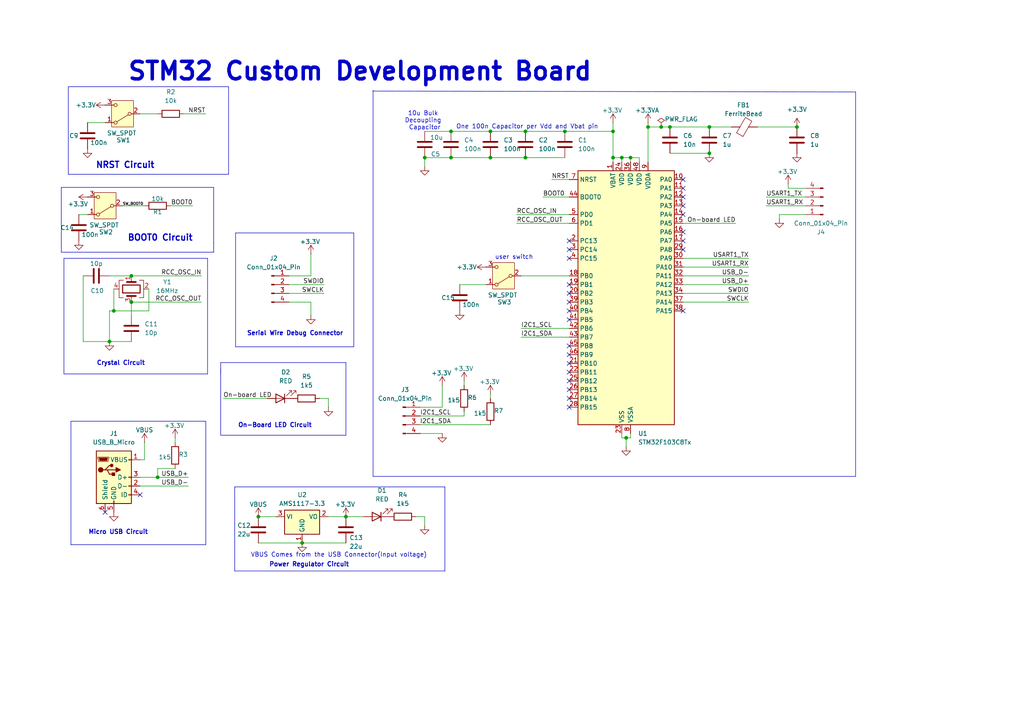
<source format=kicad_sch>
(kicad_sch (version 20231120) (generator "eeschema") (generator_version "8.0")
  (paper "A4")
  (title_block (title "Custom STM32 Breakout Board") (date "2024-12-21") (rev "0.1") (company "Shaunak's Project"))
  (lib_symbols
    (symbol "Connector:Conn_01x04_Pin" (pin_names (offset 1.016) hide)
      (property "Reference" "J" (at 0 5.08 0))
      (property "Value" "Conn_01x04_Pin" (at 0 -7.62 0))
      (symbol "Conn_01x04_Pin_1_1"
        (polyline (pts (xy 1.27 -5.08) (xy 0.8636 -5.08)) (stroke (width 0.1524)))
        (polyline (pts (xy 1.27 -2.54) (xy 0.8636 -2.54)) (stroke (width 0.1524)))
        (polyline (pts (xy 1.27 0) (xy 0.8636 0)) (stroke (width 0.1524)))
        (polyline (pts (xy 1.27 2.54) (xy 0.8636 2.54)) (stroke (width 0.1524)))
        (rectangle (start 0.8636 -4.953) (end 0 -5.207) (stroke (width 0.1524)) (fill (type outline)))
        (rectangle (start 0.8636 -2.413) (end 0 -2.667) (stroke (width 0.1524)) (fill (type outline)))
        (rectangle (start 0.8636 0.127) (end 0 -0.127) (stroke (width 0.1524)) (fill (type outline)))
        (rectangle (start 0.8636 2.667) (end 0 2.413) (stroke (width 0.1524)) (fill (type outline)))
        (pin passive line (at 5.08 2.54 180) (length 3.81) (name "Pin_1") (number "1"))
        (pin passive line (at 5.08 0 180) (length 3.81) (name "Pin_2") (number "2"))
        (pin passive line (at 5.08 -2.54 180) (length 3.81) (name "Pin_3") (number "3"))
        (pin passive line (at 5.08 -5.08 180) (length 3.81) (name "Pin_4") (number "4"))
      )
    )
    (symbol "Connector:USB_B_Micro" (pin_names (offset 1.016))
      (property "Reference" "J" (at -5.08 11.43 0))
      (property "Value" "USB_B_Micro" (at -5.08 8.89 0))
      (symbol "USB_B_Micro_0_1"
        (rectangle (start -5.08 -7.62) (end 5.08 7.62) (stroke (width 0.254)) (fill (type background)))
        (circle (center -3.81 2.159) (radius 0.635) (stroke (width 0.254)) (fill (type outline)))
        (circle (center -0.635 3.429) (radius 0.381) (stroke (width 0.254)) (fill (type outline)))
        (rectangle (start -0.127 -7.62) (end 0.127 -6.858))
        (polyline (pts (xy -1.905 2.159) (xy 0.635 2.159)) (stroke (width 0.254)))
        (polyline (pts (xy -3.175 2.159) (xy -2.54 2.159) (xy -1.27 3.429) (xy -0.635 3.429)) (stroke (width 0.254)))
        (polyline (pts (xy -2.54 2.159) (xy -1.905 2.159) (xy -1.27 0.889) (xy 0 0.889)) (stroke (width 0.254)))
        (polyline (pts (xy 0.635 2.794) (xy 0.635 1.524) (xy 1.905 2.159) (xy 0.635 2.794)) (stroke (width 0.254)) (fill (type outline)))
        (polyline (pts (xy -4.318 5.588) (xy -1.778 5.588) (xy -2.032 4.826) (xy -4.064 4.826) (xy -4.318 5.588)) (fill (type outline)))
        (polyline (pts (xy -4.699 5.842) (xy -4.699 5.588) (xy -4.445 4.826) (xy -4.445 4.572) (xy -1.651 4.572) (xy -1.651 4.826) (xy -1.397 5.588) (xy -1.397 5.842) (xy -4.699 5.842)))
        (rectangle (start 0.254 1.27) (end -0.508 0.508) (stroke (width 0.254)) (fill (type outline)))
        (rectangle (start 5.08 -5.207) (end 4.318 -4.953))
        (rectangle (start 5.08 -2.667) (end 4.318 -2.413))
        (rectangle (start 5.08 -0.127) (end 4.318 0.127))
        (rectangle (start 5.08 4.953) (end 4.318 5.207))
      )
      (symbol "USB_B_Micro_1_1"
        (pin power_out line (at 7.62 5.08 180) (length 2.54) (name "VBUS") (number "1"))
        (pin bidirectional line (at 7.62 -2.54 180) (length 2.54) (name "D-") (number "2"))
        (pin bidirectional line (at 7.62 0 180) (length 2.54) (name "D+") (number "3"))
        (pin passive line (at 7.62 -5.08 180) (length 2.54) (name "ID") (number "4"))
        (pin power_out line (at 0 -10.16 90) (length 2.54) (name "GND") (number "5"))
        (pin passive line (at -2.54 -10.16 90) (length 2.54) (name "Shield") (number "6"))
      )
    )
    (symbol "Device:C" (pin_numbers hide) (pin_names (offset 0.254))
      (property "Reference" "C" (at 0.635 2.54 0))
      (property "Value" "C" (at 0.635 -2.54 0))
      (symbol "C_0_1"
        (polyline (pts (xy -2.032 -0.762) (xy 2.032 -0.762)) (stroke (width 0.508)))
        (polyline (pts (xy -2.032 0.762) (xy 2.032 0.762)) (stroke (width 0.508)))
      )
      (symbol "C_1_1"
        (pin passive line (at 0 3.81 270) (length 2.794) (name "~") (number "1"))
        (pin passive line (at 0 -3.81 90) (length 2.794) (name "~") (number "2"))
      )
    )
    (symbol "Device:Crystal_GND24" (pin_names (offset 1.016) hide)
      (property "Reference" "Y" (at 3.175 5.08 0))
      (property "Value" "Crystal_GND24" (at 3.175 3.175 0))
      (symbol "Crystal_GND24_0_1"
        (rectangle (start -1.143 2.54) (end 1.143 -2.54) (stroke (width 0.3048)))
        (polyline (pts (xy -2.54 0) (xy -2.032 0)))
        (polyline (pts (xy -2.032 -1.27) (xy -2.032 1.27)) (stroke (width 0.508)))
        (polyline (pts (xy 0 -3.81) (xy 0 -3.556)))
        (polyline (pts (xy 0 3.556) (xy 0 3.81)))
        (polyline (pts (xy 2.032 -1.27) (xy 2.032 1.27)) (stroke (width 0.508)))
        (polyline (pts (xy 2.032 0) (xy 2.54 0)))
        (polyline (pts (xy -2.54 -2.286) (xy -2.54 -3.556) (xy 2.54 -3.556) (xy 2.54 -2.286)))
        (polyline (pts (xy -2.54 2.286) (xy -2.54 3.556) (xy 2.54 3.556) (xy 2.54 2.286)))
      )
      (symbol "Crystal_GND24_1_1"
        (pin passive line (at -3.81 0 0) (length 1.27) (name "1") (number "1"))
        (pin passive line (at 0 5.08 270) (length 1.27) (name "2") (number "2"))
        (pin passive line (at 3.81 0 180) (length 1.27) (name "3") (number "3"))
        (pin passive line (at 0 -5.08 90) (length 1.27) (name "4") (number "4"))
      )
    )
    (symbol "Device:FerriteBead" (pin_numbers hide) (pin_names (offset 0))
      (property "Reference" "FB" (at -3.81 0.635 90))
      (property "Value" "FerriteBead" (at 3.81 0 90))
      (symbol "FerriteBead_0_1"
        (polyline (pts (xy 0 -1.27) (xy 0 -1.2192)))
        (polyline (pts (xy 0 1.27) (xy 0 1.2954)))
        (polyline (pts (xy -2.7686 0.4064) (xy -1.7018 2.2606) (xy 2.7686 -0.3048) (xy 1.6764 -2.159) (xy -2.7686 0.4064)))
      )
      (symbol "FerriteBead_1_1"
        (pin passive line (at 0 3.81 270) (length 2.54) (name "~") (number "1"))
        (pin passive line (at 0 -3.81 90) (length 2.54) (name "~") (number "2"))
      )
    )
    (symbol "Device:LED" (pin_numbers hide) (pin_names (offset 1.016) hide)
      (property "Reference" "D" (at 0 2.54 0))
      (property "Value" "LED" (at 0 -2.54 0))
      (symbol "LED_0_1"
        (polyline (pts (xy -1.27 -1.27) (xy -1.27 1.27)) (stroke (width 0.254)))
        (polyline (pts (xy -1.27 0) (xy 1.27 0)))
        (polyline (pts (xy 1.27 -1.27) (xy 1.27 1.27) (xy -1.27 0) (xy 1.27 -1.27)) (stroke (width 0.254)))
        (polyline (pts (xy -3.048 -0.762) (xy -4.572 -2.286) (xy -3.81 -2.286) (xy -4.572 -2.286) (xy -4.572 -1.524)))
        (polyline (pts (xy -1.778 -0.762) (xy -3.302 -2.286) (xy -2.54 -2.286) (xy -3.302 -2.286) (xy -3.302 -1.524)))
      )
      (symbol "LED_1_1"
        (pin passive line (at -3.81 0 0) (length 2.54) (name "K") (number "1"))
        (pin passive line (at 3.81 0 180) (length 2.54) (name "A") (number "2"))
      )
    )
    (symbol "Device:R" (pin_numbers hide) (pin_names (offset 0))
      (property "Reference" "R" (at 2.032 0 90))
      (property "Value" "R" (at 0 0 90))
      (symbol "R_0_1"
        (rectangle (start -1.016 -2.54) (end 1.016 2.54) (stroke (width 0.254)))
      )
      (symbol "R_1_1"
        (pin passive line (at 0 3.81 270) (length 1.27) (name "~") (number "1"))
        (pin passive line (at 0 -3.81 90) (length 1.27) (name "~") (number "2"))
      )
    )
    (symbol "MCU_ST_STM32F1:STM32F103C8Tx"
      (property "Reference" "U" (at -12.7 39.37 0))
      (property "Value" "STM32F103C8Tx" (at 10.16 39.37 0))
      (symbol "STM32F103C8Tx_0_1"
        (rectangle (start -12.7 -35.56) (end 15.24 38.1) (stroke (width 0.254)) (fill (type background)))
      )
      (symbol "STM32F103C8Tx_1_1"
        (pin power_in line (at -2.54 40.64 270) (length 2.54) (name "VBAT") (number "1"))
        (pin bidirectional line (at 17.78 35.56 180) (length 2.54) (name "PA0") (number "10"))
        (pin bidirectional line (at 17.78 33.02 180) (length 2.54) (name "PA1") (number "11"))
        (pin bidirectional line (at 17.78 30.48 180) (length 2.54) (name "PA2") (number "12"))
        (pin bidirectional line (at 17.78 27.94 180) (length 2.54) (name "PA3") (number "13"))
        (pin bidirectional line (at 17.78 25.4 180) (length 2.54) (name "PA4") (number "14"))
        (pin bidirectional line (at 17.78 22.86 180) (length 2.54) (name "PA5") (number "15"))
        (pin bidirectional line (at 17.78 20.32 180) (length 2.54) (name "PA6") (number "16"))
        (pin bidirectional line (at 17.78 17.78 180) (length 2.54) (name "PA7") (number "17"))
        (pin bidirectional line (at -15.24 7.62 0) (length 2.54) (name "PB0") (number "18"))
        (pin bidirectional line (at -15.24 5.08 0) (length 2.54) (name "PB1") (number "19"))
        (pin bidirectional line (at -15.24 17.78 0) (length 2.54) (name "PC13") (number "2"))
        (pin bidirectional line (at -15.24 2.54 0) (length 2.54) (name "PB2") (number "20"))
        (pin bidirectional line (at -15.24 -17.78 0) (length 2.54) (name "PB10") (number "21"))
        (pin bidirectional line (at -15.24 -20.32 0) (length 2.54) (name "PB11") (number "22"))
        (pin power_in line (at 0 -38.1 90) (length 2.54) (name "VSS") (number "23"))
        (pin power_in line (at 0 40.64 270) (length 2.54) (name "VDD") (number "24"))
        (pin bidirectional line (at -15.24 -22.86 0) (length 2.54) (name "PB12") (number "25"))
        (pin bidirectional line (at -15.24 -25.4 0) (length 2.54) (name "PB13") (number "26"))
        (pin bidirectional line (at -15.24 -27.94 0) (length 2.54) (name "PB14") (number "27"))
        (pin bidirectional line (at -15.24 -30.48 0) (length 2.54) (name "PB15") (number "28"))
        (pin bidirectional line (at 17.78 15.24 180) (length 2.54) (name "PA8") (number "29"))
        (pin bidirectional line (at -15.24 15.24 0) (length 2.54) (name "PC14") (number "3"))
        (pin bidirectional line (at 17.78 12.7 180) (length 2.54) (name "PA9") (number "30"))
        (pin bidirectional line (at 17.78 10.16 180) (length 2.54) (name "PA10") (number "31"))
        (pin bidirectional line (at 17.78 7.62 180) (length 2.54) (name "PA11") (number "32"))
        (pin bidirectional line (at 17.78 5.08 180) (length 2.54) (name "PA12") (number "33"))
        (pin bidirectional line (at 17.78 2.54 180) (length 2.54) (name "PA13") (number "34"))
        (pin passive line (at 0 -38.1 90) (length 2.54) hide (name "VSS") (number "35"))
        (pin power_in line (at 2.54 40.64 270) (length 2.54) (name "VDD") (number "36"))
        (pin bidirectional line (at 17.78 0 180) (length 2.54) (name "PA14") (number "37"))
        (pin bidirectional line (at 17.78 -2.54 180) (length 2.54) (name "PA15") (number "38"))
        (pin bidirectional line (at -15.24 0 0) (length 2.54) (name "PB3") (number "39"))
        (pin bidirectional line (at -15.24 12.7 0) (length 2.54) (name "PC15") (number "4"))
        (pin bidirectional line (at -15.24 -2.54 0) (length 2.54) (name "PB4") (number "40"))
        (pin bidirectional line (at -15.24 -5.08 0) (length 2.54) (name "PB5") (number "41"))
        (pin bidirectional line (at -15.24 -7.62 0) (length 2.54) (name "PB6") (number "42"))
        (pin bidirectional line (at -15.24 -10.16 0) (length 2.54) (name "PB7") (number "43"))
        (pin input line (at -15.24 30.48 0) (length 2.54) (name "BOOT0") (number "44"))
        (pin bidirectional line (at -15.24 -12.7 0) (length 2.54) (name "PB8") (number "45"))
        (pin bidirectional line (at -15.24 -15.24 0) (length 2.54) (name "PB9") (number "46"))
        (pin passive line (at 0 -38.1 90) (length 2.54) hide (name "VSS") (number "47"))
        (pin power_in line (at 5.08 40.64 270) (length 2.54) (name "VDD") (number "48"))
        (pin bidirectional line (at -15.24 25.4 0) (length 2.54) (name "PD0") (number "5"))
        (pin bidirectional line (at -15.24 22.86 0) (length 2.54) (name "PD1") (number "6"))
        (pin input line (at -15.24 35.56 0) (length 2.54) (name "NRST") (number "7"))
        (pin power_in line (at 2.54 -38.1 90) (length 2.54) (name "VSSA") (number "8"))
        (pin power_in line (at 7.62 40.64 270) (length 2.54) (name "VDDA") (number "9"))
      )
    )
    (symbol "Regulator_Linear:AMS1117-3.3"
      (property "Reference" "U" (at -3.81 3.175 0))
      (property "Value" "AMS1117-3.3" (at 0 3.175 0))
      (symbol "AMS1117-3.3_0_1"
        (rectangle (start -5.08 -5.08) (end 5.08 1.905) (stroke (width 0.254)) (fill (type background)))
      )
      (symbol "AMS1117-3.3_1_1"
        (pin power_in line (at 0 -7.62 90) (length 2.54) (name "GND") (number "1"))
        (pin power_out line (at 7.62 0 180) (length 2.54) (name "VO") (number "2"))
        (pin power_in line (at -7.62 0 0) (length 2.54) (name "VI") (number "3"))
      )
    )
    (symbol "Switch:SW_SPDT" (pin_names (offset 0) hide)
      (property "Reference" "SW" (at 0 5.08 0))
      (property "Value" "SW_SPDT" (at 0 -5.08 0))
      (symbol "SW_SPDT_0_1"
        (circle (center -2.032 0) (radius 0.4572))
        (polyline (pts (xy -1.651 0.254) (xy 1.651 2.286)))
        (circle (center 2.032 -2.54) (radius 0.4572))
        (circle (center 2.032 2.54) (radius 0.4572))
      )
      (symbol "SW_SPDT_1_1"
        (rectangle (start -3.175 3.81) (end 3.175 -3.81) (fill (type background)))
        (pin passive line (at 5.08 2.54 180) (length 2.54) (name "A") (number "1"))
        (pin passive line (at -5.08 0 0) (length 2.54) (name "B") (number "2"))
        (pin passive line (at 5.08 -2.54 180) (length 2.54) (name "C") (number "3"))
      )
    )
    (symbol "power:+3.3V" (power) (pin_numbers hide) (pin_names (offset 0) hide)
      (property "Value" "+3.3V" (at 0 3.556 0))
      (symbol "+3.3V_0_1"
        (polyline (pts (xy -0.762 1.27) (xy 0 2.54)))
        (polyline (pts (xy 0 0) (xy 0 2.54)))
        (polyline (pts (xy 0 2.54) (xy 0.762 1.27)))
      )
      (symbol "+3.3V_1_1"
        (pin power_in line (at 0 0 90) (length 0) (name "~") (number "1"))
      )
    )
    (symbol "power:+3.3VA" (power) (pin_numbers hide) (pin_names (offset 0) hide)
      (property "Value" "+3.3VA" (at 0 3.556 0))
      (symbol "+3.3VA_0_1"
        (polyline (pts (xy -0.762 1.27) (xy 0 2.54)))
        (polyline (pts (xy 0 0) (xy 0 2.54)))
        (polyline (pts (xy 0 2.54) (xy 0.762 1.27)))
      )
      (symbol "+3.3VA_1_1"
        (pin power_in line (at 0 0 90) (length 0) (name "~") (number "1"))
      )
    )
    (symbol "power:GND" (power) (pin_numbers hide) (pin_names (offset 0) hide)
      (property "Value" "GND" (at 0 -3.81 0))
      (symbol "GND_0_1"
        (polyline (pts (xy 0 0) (xy 0 -1.27) (xy 1.27 -1.27) (xy 0 -2.54) (xy -1.27 -1.27) (xy 0 -1.27)))
      )
      (symbol "GND_1_1"
        (pin power_in line (at 0 0 270) (length 0) (name "~") (number "1"))
      )
    )
    (symbol "power:PWR_FLAG" (power) (pin_numbers hide) (pin_names (offset 0) hide)
      (property "Value" "PWR_FLAG" (at 0 3.81 0))
      (symbol "PWR_FLAG_0_0"
        (pin power_out line (at 0 0 90) (length 0) (name "~") (number "1"))
      )
      (symbol "PWR_FLAG_0_1"
        (polyline (pts (xy 0 0) (xy 0 1.27) (xy -1.016 1.905) (xy 0 2.54) (xy 1.016 1.905) (xy 0 1.27)))
      )
    )
    (symbol "power:VBUS" (power) (pin_numbers hide) (pin_names (offset 0) hide)
      (property "Value" "VBUS" (at 0 3.556 0))
      (symbol "VBUS_0_1"
        (polyline (pts (xy -0.762 1.27) (xy 0 2.54)))
        (polyline (pts (xy 0 0) (xy 0 2.54)))
        (polyline (pts (xy 0 2.54) (xy 0.762 1.27)))
      )
      (symbol "VBUS_1_1"
        (pin power_in line (at 0 0 90) (length 0) (name "~") (number "1"))
      )
    )
  )
  (junction (at 123.19 45.72))
  (junction (at 205.74 44.45))
  (junction (at 33.02 90.17))
  (junction (at 87.63 157.48))
  (junction (at 152.4 45.72))
  (junction (at 194.31 36.83))
  (junction (at 142.24 45.72))
  (junction (at 181.61 127))
  (junction (at 191.77 36.83))
  (junction (at 152.4 38.1))
  (junction (at 187.96 36.83))
  (junction (at 38.1 87.63))
  (junction (at 100.33 149.86))
  (junction (at 163.83 38.1))
  (junction (at 231.14 36.83))
  (junction (at 177.8 45.72))
  (junction (at 130.81 45.72))
  (junction (at 38.1 80.01))
  (junction (at 180.34 45.72))
  (junction (at 31.75 99.06))
  (junction (at 74.93 149.86))
  (junction (at 142.24 38.1))
  (junction (at 205.74 36.83))
  (junction (at 130.81 38.1))
  (junction (at 182.88 45.72))
  (junction (at 177.8 38.1))
  (junction (at 45.72 138.43))
  (no_connect (at 165.1 90.17))
  (no_connect (at 165.1 100.33))
  (no_connect (at 165.1 87.63))
  (no_connect (at 198.12 57.15))
  (no_connect (at 198.12 59.69))
  (no_connect (at 198.12 52.07))
  (no_connect (at 165.1 85.09))
  (no_connect (at 165.1 118.11))
  (no_connect (at 165.1 105.41))
  (no_connect (at 165.1 115.57))
  (no_connect (at 198.12 62.23))
  (no_connect (at 165.1 69.85))
  (no_connect (at 165.1 107.95))
  (no_connect (at 30.48 148.59))
  (no_connect (at 165.1 72.39))
  (no_connect (at 198.12 69.85))
  (no_connect (at 165.1 92.71))
  (no_connect (at 165.1 102.87))
  (no_connect (at 198.12 72.39))
  (no_connect (at 40.64 143.51))
  (no_connect (at 165.1 113.03))
  (no_connect (at 198.12 90.17))
  (no_connect (at 165.1 82.55))
  (no_connect (at 198.12 54.61))
  (no_connect (at 165.1 74.93))
  (no_connect (at 165.1 110.49))
  (no_connect (at 198.12 67.31))
  (wire (pts (xy 198.12 77.47) (xy 217.17 77.47)))
  (wire (pts (xy 100.33 149.86) (xy 105.41 149.86)))
  (polyline (pts (xy 60.198 74.93) (xy 60.198 108.458)))
  (wire (pts (xy 198.12 74.93) (xy 217.17 74.93)))
  (wire (pts (xy 187.96 36.83) (xy 191.77 36.83)))
  (polyline (pts (xy 18.542 74.93) (xy 18.542 108.458)))
  (wire (pts (xy 95.25 115.57) (xy 95.25 118.11)))
  (polyline (pts (xy 100.33 126.238) (xy 100.33 105.156)))
  (polyline (pts (xy 68.072 141.224) (xy 68.072 141.224)))
  (polyline (pts (xy 248.158 26.67) (xy 248.158 138.176)))
  (wire (pts (xy 152.4 38.1) (xy 163.83 38.1)))
  (wire (pts (xy 121.92 120.65) (xy 134.62 120.65)))
  (polyline (pts (xy 20.574 157.988) (xy 59.69 157.988)))
  (wire (pts (xy 187.96 36.83) (xy 187.96 46.99)))
  (wire (pts (xy 130.81 45.72) (xy 142.24 45.72)))
  (wire (pts (xy 128.27 111.76) (xy 128.27 118.11)))
  (wire (pts (xy 123.19 45.72) (xy 130.81 45.72)))
  (wire (pts (xy 64.77 115.57) (xy 77.47 115.57)))
  (wire (pts (xy 198.12 82.55) (xy 217.17 82.55)))
  (wire (pts (xy 31.75 90.17) (xy 31.75 99.06)))
  (wire (pts (xy 31.75 99.06) (xy 38.1 99.06)))
  (polyline (pts (xy 64.008 106.934) (xy 64.008 126.238)))
  (wire (pts (xy 87.63 157.48) (xy 100.33 157.48)))
  (polyline (pts (xy 17.78 70.612) (xy 17.78 73.152)))
  (wire (pts (xy 180.34 125.73) (xy 180.34 127)))
  (wire (pts (xy 50.8 135.89) (xy 45.72 135.89)))
  (wire (pts (xy 180.34 45.72) (xy 182.88 45.72)))
  (wire (pts (xy 182.88 127) (xy 181.61 127)))
  (wire (pts (xy 142.24 45.72) (xy 152.4 45.72)))
  (wire (pts (xy 74.93 149.86) (xy 80.01 149.86)))
  (polyline (pts (xy 102.616 100.584) (xy 68.326 100.584)))
  (polyline (pts (xy 64.008 126.238) (xy 100.33 126.238)))
  (wire (pts (xy 151.13 95.25) (xy 165.1 95.25)))
  (wire (pts (xy 142.24 38.1) (xy 152.4 38.1)))
  (polyline (pts (xy 17.78 54.356) (xy 17.78 70.612)))
  (wire (pts (xy 35.56 59.69) (xy 41.91 59.69)))
  (wire (pts (xy 133.35 82.55) (xy 140.97 82.55)))
  (wire (pts (xy 226.06 62.23) (xy 233.68 62.23)))
  (polyline (pts (xy 129.032 165.608) (xy 129.032 141.224)))
  (wire (pts (xy 149.86 62.23) (xy 165.1 62.23)))
  (wire (pts (xy 177.8 35.56) (xy 177.8 38.1)))
  (wire (pts (xy 198.12 87.63) (xy 217.17 87.63)))
  (wire (pts (xy 181.61 127) (xy 181.61 129.54)))
  (wire (pts (xy 95.25 149.86) (xy 100.33 149.86)))
  (wire (pts (xy 160.02 52.07) (xy 165.1 52.07)))
  (wire (pts (xy 181.61 127) (xy 180.34 127)))
  (polyline (pts (xy 108.204 26.162) (xy 108.204 138.176)))
  (wire (pts (xy 205.74 36.83) (xy 212.09 36.83)))
  (wire (pts (xy 123.19 45.72) (xy 123.19 48.26)))
  (wire (pts (xy 53.34 33.02) (xy 59.69 33.02)))
  (polyline (pts (xy 108.204 26.416) (xy 248.158 26.67)))
  (wire (pts (xy 163.83 38.1) (xy 177.8 38.1)))
  (wire (pts (xy 198.12 85.09) (xy 217.17 85.09)))
  (wire (pts (xy 180.34 46.99) (xy 180.34 45.72)))
  (polyline (pts (xy 60.198 108.458) (xy 18.542 108.458)))
  (wire (pts (xy 198.12 64.77) (xy 213.36 64.77)))
  (wire (pts (xy 165.1 57.15) (xy 157.48 57.15)))
  (wire (pts (xy 31.75 80.01) (xy 38.1 80.01)))
  (wire (pts (xy 38.1 87.63) (xy 58.42 87.63)))
  (wire (pts (xy 38.1 87.63) (xy 38.1 91.44)))
  (wire (pts (xy 222.25 59.69) (xy 233.68 59.69)))
  (wire (pts (xy 83.82 82.55) (xy 93.98 82.55)))
  (wire (pts (xy 182.88 46.99) (xy 182.88 45.72)))
  (wire (pts (xy 121.92 125.73) (xy 128.27 125.73)))
  (wire (pts (xy 41.91 128.27) (xy 41.91 133.35)))
  (wire (pts (xy 49.53 59.69) (xy 55.88 59.69)))
  (wire (pts (xy 92.71 115.57) (xy 95.25 115.57)))
  (polyline (pts (xy 17.78 73.152) (xy 61.976 73.152)))
  (wire (pts (xy 142.24 114.3) (xy 142.24 115.57)))
  (polyline (pts (xy 19.812 25.146) (xy 66.294 25.146)))
  (polyline (pts (xy 68.326 67.564) (xy 102.616 67.564)))
  (wire (pts (xy 50.8 127) (xy 50.8 128.27)))
  (polyline (pts (xy 18.542 74.93) (xy 60.198 74.93)))
  (wire (pts (xy 43.18 83.82) (xy 43.18 90.17)))
  (polyline (pts (xy 61.976 73.152) (xy 61.976 70.358)))
  (wire (pts (xy 83.82 80.01) (xy 90.17 80.01)))
  (wire (pts (xy 228.6 53.34) (xy 228.6 54.61)))
  (wire (pts (xy 90.17 87.63) (xy 90.17 91.44)))
  (wire (pts (xy 182.88 125.73) (xy 182.88 127)))
  (polyline (pts (xy 100.33 105.156) (xy 64.008 105.156)))
  (polyline (pts (xy 59.69 157.988) (xy 59.69 122.174)))
  (wire (pts (xy 177.8 38.1) (xy 177.8 45.72)))
  (wire (pts (xy 149.86 64.77) (xy 165.1 64.77)))
  (wire (pts (xy 222.25 57.15) (xy 233.68 57.15)))
  (wire (pts (xy 191.77 36.83) (xy 194.31 36.83)))
  (wire (pts (xy 228.6 54.61) (xy 233.68 54.61)))
  (wire (pts (xy 120.65 149.86) (xy 123.19 149.86)))
  (wire (pts (xy 177.8 45.72) (xy 177.8 46.99)))
  (wire (pts (xy 198.12 80.01) (xy 217.17 80.01)))
  (wire (pts (xy 43.18 90.17) (xy 33.02 90.17)))
  (wire (pts (xy 22.86 62.23) (xy 25.4 62.23)))
  (polyline (pts (xy 17.78 54.356) (xy 61.976 54.356)))
  (wire (pts (xy 177.8 45.72) (xy 180.34 45.72)))
  (wire (pts (xy 90.17 73.66) (xy 90.17 80.01)))
  (wire (pts (xy 38.1 80.01) (xy 58.42 80.01)))
  (polyline (pts (xy 248.158 138.176) (xy 108.204 138.176)))
  (polyline (pts (xy 68.326 67.564) (xy 68.326 100.584)))
  (polyline (pts (xy 66.294 25.146) (xy 66.294 50.546)))
  (wire (pts (xy 226.06 63.5) (xy 226.06 62.23)))
  (wire (pts (xy 83.82 87.63) (xy 90.17 87.63)))
  (polyline (pts (xy 102.616 67.564) (xy 102.616 100.584)))
  (wire (pts (xy 219.71 36.83) (xy 231.14 36.83)))
  (wire (pts (xy 151.13 97.79) (xy 165.1 97.79)))
  (wire (pts (xy 194.31 44.45) (xy 205.74 44.45)))
  (wire (pts (xy 25.4 35.56) (xy 30.48 35.56)))
  (wire (pts (xy 33.02 90.17) (xy 31.75 90.17)))
  (wire (pts (xy 152.4 45.72) (xy 163.83 45.72)))
  (polyline (pts (xy 68.072 141.224) (xy 68.072 165.608)))
  (wire (pts (xy 41.91 133.35) (xy 40.64 133.35)))
  (wire (pts (xy 45.72 138.43) (xy 54.61 138.43)))
  (polyline (pts (xy 129.032 141.224) (xy 68.072 141.224)))
  (wire (pts (xy 74.93 157.48) (xy 87.63 157.48)))
  (wire (pts (xy 185.42 45.72) (xy 182.88 45.72)))
  (wire (pts (xy 134.62 110.49) (xy 134.62 111.76)))
  (wire (pts (xy 194.31 36.83) (xy 205.74 36.83)))
  (wire (pts (xy 185.42 46.99) (xy 185.42 45.72)))
  (wire (pts (xy 121.92 123.19) (xy 142.24 123.19)))
  (polyline (pts (xy 20.574 122.174) (xy 59.69 122.174)))
  (wire (pts (xy 187.96 35.56) (xy 187.96 36.83)))
  (wire (pts (xy 24.13 80.01) (xy 24.13 99.06)))
  (wire (pts (xy 130.81 38.1) (xy 142.24 38.1)))
  (wire (pts (xy 123.19 38.1) (xy 130.81 38.1)))
  (wire (pts (xy 121.92 118.11) (xy 128.27 118.11)))
  (polyline (pts (xy 61.976 70.612) (xy 61.976 54.356)))
  (wire (pts (xy 40.64 138.43) (xy 45.72 138.43)))
  (wire (pts (xy 33.02 83.82) (xy 33.02 90.17)))
  (wire (pts (xy 40.64 33.02) (xy 45.72 33.02)))
  (polyline (pts (xy 19.812 25.146) (xy 19.812 50.546)))
  (polyline (pts (xy 20.574 122.174) (xy 20.574 157.988)))
  (wire (pts (xy 40.64 140.97) (xy 54.61 140.97)))
  (wire (pts (xy 45.72 135.89) (xy 45.72 138.43)))
  (wire (pts (xy 134.62 119.38) (xy 134.62 120.65)))
  (wire (pts (xy 123.19 149.86) (xy 123.19 152.4)))
  (wire (pts (xy 24.13 99.06) (xy 31.75 99.06)))
  (polyline (pts (xy 68.072 165.608) (xy 129.032 165.608)))
  (wire (pts (xy 83.82 85.09) (xy 93.98 85.09)))
  (wire (pts (xy 151.13 80.01) (xy 165.1 80.01)))
  (polyline (pts (xy 64.008 105.156) (xy 64.008 108.458)))
  (polyline (pts (xy 66.294 50.546) (xy 19.812 50.546)))
  (text "On-Board LED Circuit\n" (at 79.756 123.444 0) (effects (font (size 1.27 1.27) (thickness 0.254) (bold yes))))
  (text "10u Bulk \nDecoupling \nCapacitor\n" (at 123.19 35.052 0) (effects (font (size 1.27 1.27))))
  (text "BOOT0 Circuit\n" (at 46.482 69.088 0) (effects (font (size 1.778 1.778) (thickness 0.3556) (bold yes))))
  (text "Power Regulator Circuit\n" (at 89.662 163.83 0) (effects (font (size 1.27 1.27) (thickness 0.254) (bold yes))))
  (text "Crystal Circuit\n" (at 35.052 105.41 0) (effects (font (size 1.27 1.27) (thickness 0.254) (bold yes))))
  (text "One 100n Capacitor per Vdd and Vbat pin\n" (at 152.908 36.83 0) (effects (font (size 1.27 1.27))))
  (text "Micro USB Circuit\n" (at 34.29 154.432 0) (effects (font (size 1.27 1.27) (thickness 0.254) (bold yes))))
  (text "Serial Wire Debug Connector\n" (at 85.598 96.774 0) (effects (font (size 1.27 1.27) (thickness 0.254) (bold yes))))
  (text "STM32 Custom Development Board\n" (at 104.394 20.828 0) (effects (font (size 5.08 5.08) (thickness 1.016) (bold yes))))
  (text "NRST Circuit\n" (at 36.322 48.006 0) (effects (font (size 1.778 1.778) (thickness 0.3556) (bold yes))))
  (text "VBUS Comes from the USB Connector(Input voltage)\n" (at 98.298 161.036 0) (effects (font (size 1.27 1.27))))
  (text "user switch\n" (at 149.098 74.676 0) (effects (font (size 1.27 1.27))))
  (label "RCC_OSC_OUT" (at 149.86 64.77 0))
  (label "USART1_TX" (at 222.25 57.15 0))
  (label "SWDIO" (at 93.98 82.55 180))
  (label "SWDIO" (at 217.17 85.09 180))
  (label "I2C1_SDA" (at 130.81 123.19 180))
  (label "USB_D-" (at 54.61 140.97 180))
  (label "On-board LED" (at 213.36 64.77 180))
  (label "I2C1_SCL" (at 151.13 95.25 0))
  (label "I2C1_SDA" (at 151.13 97.79 0))
  (label "USB_D+" (at 54.61 138.43 180))
  (label "USB_D+" (at 217.17 82.55 180))
  (label "USART1_RX" (at 217.17 77.47 180))
  (label "RCC_OSC_OUT" (at 58.42 87.63 180))
  (label "RCC_OSC_IN" (at 149.86 62.23 0))
  (label "I2C1_SCL" (at 130.81 120.65 180))
  (label "SWCLK" (at 93.98 85.09 180))
  (label "On-board LED" (at 64.77 115.57 0))
  (label "USART1_RX" (at 222.25 59.69 0))
  (label "SWCLK" (at 217.17 87.63 180))
  (label "NRST" (at 160.02 52.07 0))
  (label "USB_D-" (at 217.17 80.01 180))
  (label "BOOT0" (at 157.48 57.15 0))
  (label "USART1_TX" (at 217.17 74.93 180))
  (label "BOOT0" (at 55.88 59.69 180))
  (label "SW_BOOT0" (at 35.56 59.69 0) (effects (font (size 0.762 0.762))))
  (label "RCC_OSC_IN" (at 58.42 80.01 180))
  (label "NRST" (at 54.61 33.02 0))
  (symbol (lib_id "Device:C") (at 38.1 95.25 0) (unit 1)
    (property "Reference" "C11" (at 41.91 93.9799 0) (effects (justify left)))
    (property "Value" "10p" (at 41.91 96.5199 0) (effects (justify left)))
    (property "Footprint" "Capacitor_SMD:C_0402_1005Metric" (effects (hide yes)))
    (property "Description" "Unpolarized capacitor" (effects (hide yes)))
  )
  (symbol (lib_id "power:GND") (at 90.17 91.44 0) (unit 1)
    (property "Reference" "#PWR017" (effects (hide yes)))
    (property "Value" "GND" (effects (hide yes)))
    (property "Description" "Power symbol creates a global label with name \"GND\" , ground" (effects (hide yes)))
  )
  (symbol (lib_id "Device:C") (at 25.4 39.37 0) (unit 1)
    (property "Reference" "C9" (at 20.066 39.37 0) (effects (justify left)))
    (property "Value" "100n" (at 26.162 41.402 0) (effects (justify left)))
    (property "Footprint" "Capacitor_SMD:C_0402_1005Metric" (effects (hide yes)))
    (property "Description" "Unpolarized capacitor" (effects (hide yes)))
  )
  (symbol (lib_id "Device:LED") (at 81.28 115.57 180) (unit 1)
    (property "Reference" "D2" (at 82.8675 107.95 0))
    (property "Value" "RED" (at 82.8675 110.49 0))
    (property "Footprint" "LED_SMD:LED_0603_1608Metric" (effects (hide yes)))
    (property "Description" "Light emitting diode" (effects (hide yes)))
  )
  (symbol (lib_id "Switch:SW_SPDT") (at 146.05 80.01 180) (unit 1)
    (property "Reference" "SW3" (at 146.304 87.63 0))
    (property "Value" "SW_SPDT" (at 145.796 85.598 0))
    (property "Footprint" "Button_Switch_SMD:SW_SPDT_PCM12" (effects (hide yes)))
    (property "Description" "Switch, single pole double throw" (effects (hide yes)))
  )
  (symbol (lib_id "Device:C") (at 130.81 41.91 0) (unit 1)
    (property "Reference" "C4" (at 134.62 40.6399 0) (effects (justify left)))
    (property "Value" "100n" (at 134.62 43.1799 0) (effects (justify left)))
    (property "Footprint" "Capacitor_SMD:C_0402_1005Metric" (effects (hide yes)))
    (property "Description" "Unpolarized capacitor" (effects (hide yes)))
  )
  (symbol (lib_id "Device:Crystal_GND24") (at 38.1 83.82 270) (unit 1)
    (property "Reference" "Y1" (at 48.514 81.788 90))
    (property "Value" "16MHz" (at 48.514 84.328 90))
    (property "Footprint" "Crystal:Crystal_SMD_3225-4Pin_3.2x2.5mm" (effects (hide yes)))
    (property "Description" "Four pin crystal, GND on pins 2 and 4" (effects (hide yes)))
  )
  (symbol (lib_id "Connector:Conn_01x04_Pin") (at 238.76 59.69 180) (unit 1)
    (property "Reference" "J4" (at 238.125 67.31 0))
    (property "Value" "Conn_01x04_Pin" (at 238.125 64.77 0))
    (property "Footprint" "Connector_PinHeader_2.54mm:PinHeader_1x04_P2.54mm_Vertical" (effects (hide yes)))
    (property "Description" "Generic connector, single row, 01x04, script generated" (effects (hide yes)))
  )
  (symbol (lib_id "Device:C") (at 163.83 41.91 0) (unit 1)
    (property "Reference" "C1" (at 167.64 40.6399 0) (effects (justify left)))
    (property "Value" "100n" (at 167.64 43.1799 0) (effects (justify left)))
    (property "Footprint" "Capacitor_SMD:C_0402_1005Metric" (effects (hide yes)))
    (property "Description" "Unpolarized capacitor" (effects (hide yes)))
  )
  (symbol (lib_id "power:+3.3V") (at 140.97 77.47 90) (unit 1)
    (property "Reference" "#PWR023" (effects (hide yes)))
    (property "Value" "+3.3V" (at 135.382 77.47 90))
    (property "Description" "Power symbol creates a global label with name \"+3.3V\"" (effects (hide yes)))
  )
  (symbol (lib_id "power:PWR_FLAG") (at 191.77 36.83 0) (unit 1)
    (property "Reference" "#FLG01" (effects (hide yes)))
    (property "Value" "PWR_FLAG" (at 197.612 34.544 0))
    (property "Description" "Special symbol for telling ERC where power comes from" (effects (hide yes)))
  )
  (symbol (lib_id "Device:R") (at 142.24 119.38 0) (unit 1)
    (property "Reference" "R7" (at 143.256 119.126 0) (effects (justify left)))
    (property "Value" "1k5" (at 137.414 119.888 0) (effects (justify left)))
    (property "Footprint" "Resistor_SMD:R_0402_1005Metric" (effects (hide yes)))
    (property "Description" "Resistor" (effects (hide yes)))
  )
  (symbol (lib_id "power:GND") (at 31.75 99.06 0) (unit 1)
    (property "Reference" "#PWR012" (effects (hide yes)))
    (property "Value" "GND" (effects (hide yes)))
    (property "Description" "Power symbol creates a global label with name \"GND\" , ground" (effects (hide yes)))
  )
  (symbol (lib_id "Device:R") (at 134.62 115.57 0) (unit 1)
    (property "Reference" "R6" (at 135.636 115.316 0) (effects (justify left)))
    (property "Value" "1k5" (at 129.794 116.078 0) (effects (justify left)))
    (property "Footprint" "Resistor_SMD:R_0402_1005Metric" (effects (hide yes)))
    (property "Description" "Resistor" (effects (hide yes)))
  )
  (symbol (lib_id "power:GND") (at 226.06 63.5 0) (unit 1)
    (property "Reference" "#PWR030" (effects (hide yes)))
    (property "Value" "GND" (effects (hide yes)))
    (property "Description" "Power symbol creates a global label with name \"GND\" , ground" (effects (hide yes)))
  )
  (symbol (lib_id "power:+3.3V") (at 30.48 30.48 90) (unit 1)
    (property "Reference" "#PWR09" (effects (hide yes)))
    (property "Value" "+3.3V" (at 24.892 30.48 90))
    (property "Description" "Power symbol creates a global label with name \"+3.3V\"" (effects (hide yes)))
  )
  (symbol (lib_id "Device:C") (at 123.19 41.91 0) (unit 1)
    (property "Reference" "C5" (at 124.968 44.704 0) (effects (justify left)))
    (property "Value" "10u" (at 124.714 39.878 0) (effects (justify left)))
    (property "Footprint" "Capacitor_SMD:C_0603_1608Metric" (effects (hide yes)))
    (property "Description" "Unpolarized capacitor" (effects (hide yes)))
  )
  (symbol (lib_id "Connector:Conn_01x04_Pin") (at 116.84 120.65 0) (unit 1)
    (property "Reference" "J3" (at 117.475 113.03 0))
    (property "Value" "Conn_01x04_Pin" (at 117.475 115.57 0))
    (property "Footprint" "Connector_PinHeader_2.54mm:PinHeader_1x04_P2.54mm_Vertical" (effects (hide yes)))
    (property "Description" "Generic connector, single row, 01x04, script generated" (effects (hide yes)))
  )
  (symbol (lib_id "Device:C") (at 27.94 80.01 90) (unit 1)
    (property "Reference" "C10" (at 28.194 84.328 90))
    (property "Value" "10p" (at 27.94 76.454 90))
    (property "Footprint" "Capacitor_SMD:C_0402_1005Metric" (effects (hide yes)))
    (property "Description" "Unpolarized capacitor" (effects (hide yes)))
  )
  (symbol (lib_id "power:GND") (at 87.63 157.48 0) (unit 1)
    (property "Reference" "#PWR018" (effects (hide yes)))
    (property "Value" "GND" (effects (hide yes)))
    (property "Description" "Power symbol creates a global label with name \"GND\" , ground" (effects (hide yes)))
  )
  (symbol (lib_id "Device:LED") (at 109.22 149.86 180) (unit 1)
    (property "Reference" "D1" (at 110.8075 142.24 0))
    (property "Value" "RED" (at 110.8075 144.78 0))
    (property "Footprint" "LED_SMD:LED_0603_1608Metric" (effects (hide yes)))
    (property "Description" "Light emitting diode" (effects (hide yes)))
  )
  (symbol (lib_id "Device:R") (at 50.8 132.08 0) (unit 1)
    (property "Reference" "R3" (at 51.816 131.826 0) (effects (justify left)))
    (property "Value" "1k5" (at 45.974 132.588 0) (effects (justify left)))
    (property "Footprint" "Resistor_SMD:R_0402_1005Metric" (effects (hide yes)))
    (property "Description" "Resistor" (effects (hide yes)))
  )
  (symbol (lib_id "power:+3.3V") (at 177.8 35.56 0) (unit 1)
    (property "Reference" "#PWR02" (effects (hide yes)))
    (property "Value" "+3.3V" (at 177.546 32.004 0))
    (property "Description" "Power symbol creates a global label with name \"+3.3V\"" (effects (hide yes)))
  )
  (symbol (lib_id "power:GND") (at 123.19 152.4 0) (unit 1)
    (property "Reference" "#PWR021" (effects (hide yes)))
    (property "Value" "GND" (effects (hide yes)))
    (property "Description" "Power symbol creates a global label with name \"GND\" , ground" (effects (hide yes)))
  )
  (symbol (lib_id "Device:C") (at 142.24 41.91 0) (unit 1)
    (property "Reference" "C3" (at 146.05 40.6399 0) (effects (justify left)))
    (property "Value" "100n" (at 146.05 43.1799 0) (effects (justify left)))
    (property "Footprint" "Capacitor_SMD:C_0402_1005Metric" (effects (hide yes)))
    (property "Description" "Unpolarized capacitor" (effects (hide yes)))
  )
  (symbol (lib_id "power:GND") (at 133.35 90.17 0) (unit 1)
    (property "Reference" "#PWR024" (effects (hide yes)))
    (property "Value" "GND" (effects (hide yes)))
    (property "Description" "Power symbol creates a global label with name \"GND\" , ground" (effects (hide yes)))
  )
  (symbol (lib_id "power:GND") (at 25.4 43.18 0) (unit 1)
    (property "Reference" "#PWR08" (effects (hide yes)))
    (property "Value" "GND" (effects (hide yes)))
    (property "Description" "Power symbol creates a global label with name \"GND\" , ground" (effects (hide yes)))
  )
  (symbol (lib_id "power:+3.3V") (at 50.8 127 0) (unit 1)
    (property "Reference" "#PWR015" (effects (hide yes)))
    (property "Value" "+3.3V" (at 50.546 123.444 0))
    (property "Description" "Power symbol creates a global label with name \"+3.3V\"" (effects (hide yes)))
  )
  (symbol (lib_id "Device:C") (at 205.74 40.64 0) (unit 1)
    (property "Reference" "C7" (at 209.55 39.3699 0) (effects (justify left)))
    (property "Value" "1u" (at 209.55 41.9099 0) (effects (justify left)))
    (property "Footprint" "Capacitor_SMD:C_0402_1005Metric" (effects (hide yes)))
    (property "Description" "Unpolarized capacitor" (effects (hide yes)))
  )
  (symbol (lib_id "Connector:USB_B_Micro") (at 33.02 138.43 0) (unit 1)
    (property "Reference" "J1" (at 33.02 125.73 0))
    (property "Value" "USB_B_Micro" (at 33.02 128.27 0))
    (property "Footprint" "Connector_USB:USB_Micro-B_Wuerth_629105150521" (effects (hide yes)))
    (property "Description" "USB Micro Type B connector" (effects (hide yes)))
  )
  (symbol (lib_id "power:GND") (at 95.25 118.11 0) (unit 1)
    (property "Reference" "#PWR022" (effects (hide yes)))
    (property "Value" "GND" (effects (hide yes)))
    (property "Description" "Power symbol creates a global label with name \"GND\" , ground" (effects (hide yes)))
  )
  (symbol (lib_id "Device:R") (at 45.72 59.69 90) (unit 1)
    (property "Reference" "R1" (at 45.72 61.468 90))
    (property "Value" "10k" (at 45.72 57.658 90))
    (property "Footprint" "Resistor_SMD:R_0402_1005Metric" (effects (hide yes)))
    (property "Description" "Resistor" (effects (hide yes)))
  )
  (symbol (lib_id "power:+3.3V") (at 90.17 73.66 0) (unit 1)
    (property "Reference" "#PWR016" (effects (hide yes)))
    (property "Value" "+3.3V" (at 89.916 70.104 0))
    (property "Description" "Power symbol creates a global label with name \"+3.3V\"" (effects (hide yes)))
  )
  (symbol (lib_id "Device:R") (at 116.84 149.86 90) (unit 1)
    (property "Reference" "R4" (at 116.84 143.51 90))
    (property "Value" "1k5" (at 116.84 146.05 90))
    (property "Footprint" "Resistor_SMD:R_0402_1005Metric" (effects (hide yes)))
    (property "Description" "Resistor" (effects (hide yes)))
  )
  (symbol (lib_id "power:GND") (at 181.61 129.54 0) (unit 1)
    (property "Reference" "#PWR01" (effects (hide yes)))
    (property "Value" "GND" (effects (hide yes)))
    (property "Description" "Power symbol creates a global label with name \"GND\" , ground" (effects (hide yes)))
  )
  (symbol (lib_id "power:GND") (at 123.19 48.26 0) (unit 1)
    (property "Reference" "#PWR03" (effects (hide yes)))
    (property "Value" "GND" (effects (hide yes)))
    (property "Description" "Power symbol creates a global label with name \"GND\" , ground" (effects (hide yes)))
  )
  (symbol (lib_id "Device:C") (at 74.93 153.67 0) (unit 1)
    (property "Reference" "C12" (at 68.834 152.4 0) (effects (justify left)))
    (property "Value" "22u" (at 68.834 154.94 0) (effects (justify left)))
    (property "Footprint" "Capacitor_SMD:C_0603_1608Metric" (effects (hide yes)))
    (property "Description" "Unpolarized capacitor" (effects (hide yes)))
  )
  (symbol (lib_id "power:GND") (at 128.27 125.73 0) (unit 1)
    (property "Reference" "#PWR026" (effects (hide yes)))
    (property "Value" "GND" (effects (hide yes)))
    (property "Description" "Power symbol creates a global label with name \"GND\" , ground" (effects (hide yes)))
  )
  (symbol (lib_id "power:+3.3V") (at 100.33 149.86 0) (unit 1)
    (property "Reference" "#PWR020" (effects (hide yes)))
    (property "Value" "+3.3V" (at 100.076 146.304 0))
    (property "Description" "Power symbol creates a global label with name \"+3.3V\"" (effects (hide yes)))
  )
  (symbol (lib_id "power:GND") (at 22.86 69.85 0) (unit 1)
    (property "Reference" "#PWR010" (effects (hide yes)))
    (property "Value" "GND" (effects (hide yes)))
    (property "Description" "Power symbol creates a global label with name \"GND\" , ground" (effects (hide yes)))
  )
  (symbol (lib_id "power:VBUS") (at 74.93 149.86 0) (unit 1)
    (property "Reference" "#PWR019" (effects (hide yes)))
    (property "Value" "VBUS" (at 74.93 146.304 0))
    (property "Description" "Power symbol creates a global label with name \"VBUS\"" (effects (hide yes)))
  )
  (symbol (lib_id "MCU_ST_STM32F1:STM32F103C8Tx") (at 180.34 87.63 0) (unit 1)
    (property "Reference" "U1" (at 185.0741 125.73 0) (effects (justify left)))
    (property "Value" "STM32F103C8Tx" (at 185.0741 128.27 0) (effects (justify left)))
    (property "Footprint" "Package_QFP:LQFP-48_7x7mm_P0.5mm" (effects (hide yes)))
    (property "Datasheet" "https://www.st.com/resource/en/datasheet/stm32f103c8.pdf" (effects (hide yes)))
    (property "Description" "STMicroelectronics Arm Cortex-M3 MCU, 64KB flash, 20KB RAM, 72 MHz, 2.0-3.6V, 37 GPIO, LQFP48" (effects (hide yes)))
  )
  (symbol (lib_id "Connector:Conn_01x04_Pin") (at 78.74 82.55 0) (unit 1)
    (property "Reference" "J2" (at 79.375 74.93 0))
    (property "Value" "Conn_01x04_Pin" (at 79.375 77.47 0))
    (property "Footprint" "Connector_PinHeader_2.54mm:PinHeader_1x04_P2.54mm_Vertical" (effects (hide yes)))
    (property "Description" "Generic connector, single row, 01x04, script generated" (effects (hide yes)))
  )
  (symbol (lib_id "power:+3.3V") (at 228.6 53.34 0) (unit 1)
    (property "Reference" "#PWR029" (effects (hide yes)))
    (property "Value" "+3.3V" (at 228.346 49.784 0))
    (property "Description" "Power symbol creates a global label with name \"+3.3V\"" (effects (hide yes)))
  )
  (symbol (lib_id "power:+3.3V") (at 128.27 111.76 0) (unit 1)
    (property "Reference" "#PWR025" (effects (hide yes)))
    (property "Value" "+3.3V" (at 128.016 108.204 0))
    (property "Description" "Power symbol creates a global label with name \"+3.3V\"" (effects (hide yes)))
  )
  (symbol (lib_id "Device:C") (at 22.86 66.04 0) (unit 1)
    (property "Reference" "C14" (at 17.526 66.04 0) (effects (justify left)))
    (property "Value" "100n" (at 23.622 68.072 0) (effects (justify left)))
    (property "Footprint" "Capacitor_SMD:C_0402_1005Metric" (effects (hide yes)))
    (property "Description" "Unpolarized capacitor" (effects (hide yes)))
  )
  (symbol (lib_id "power:+3.3V") (at 134.62 110.49 0) (unit 1)
    (property "Reference" "#PWR027" (effects (hide yes)))
    (property "Value" "+3.3V" (at 134.366 106.934 0))
    (property "Description" "Power symbol creates a global label with name \"+3.3V\"" (effects (hide yes)))
  )
  (symbol (lib_id "power:GND") (at 33.02 148.59 0) (unit 1)
    (property "Reference" "#PWR013" (effects (hide yes)))
    (property "Value" "GND" (effects (hide yes)))
    (property "Description" "Power symbol creates a global label with name \"GND\" , ground" (effects (hide yes)))
  )
  (symbol (lib_id "power:+3.3V") (at 231.14 36.83 0) (unit 1)
    (property "Reference" "#PWR05" (effects (hide yes)))
    (property "Value" "+3.3V" (at 231.14 31.75 0))
    (property "Description" "Power symbol creates a global label with name \"+3.3V\"" (effects (hide yes)))
  )
  (symbol (lib_id "Device:C") (at 194.31 40.64 0) (unit 1)
    (property "Reference" "C6" (at 198.12 39.3699 0) (effects (justify left)))
    (property "Value" "10n" (at 198.12 41.9099 0) (effects (justify left)))
    (property "Footprint" "Capacitor_SMD:C_0402_1005Metric" (effects (hide yes)))
    (property "Description" "Unpolarized capacitor" (effects (hide yes)))
  )
  (symbol (lib_id "Device:FerriteBead") (at 215.9 36.83 90) (unit 1)
    (property "Reference" "FB1" (at 215.646 30.48 90))
    (property "Value" "FerriteBead" (at 215.646 33.02 90))
    (property "Footprint" "Inductor_SMD:L_0603_1608Metric" (effects (hide yes)))
    (property "Description" "Ferrite bead" (effects (hide yes)))
  )
  (symbol (lib_id "Switch:SW_SPDT") (at 35.56 33.02 180) (unit 1)
    (property "Reference" "SW1" (at 35.814 40.64 0))
    (property "Value" "SW_SPDT" (at 35.306 38.608 0))
    (property "Footprint" "Button_Switch_SMD:SW_SPDT_PCM12" (effects (hide yes)))
    (property "Description" "Switch, single pole double throw" (effects (hide yes)))
  )
  (symbol (lib_id "power:+3.3V") (at 142.24 114.3 0) (unit 1)
    (property "Reference" "#PWR028" (effects (hide yes)))
    (property "Value" "+3.3V" (at 141.986 110.744 0))
    (property "Description" "Power symbol creates a global label with name \"+3.3V\"" (effects (hide yes)))
  )
  (symbol (lib_id "Device:C") (at 152.4 41.91 0) (unit 1)
    (property "Reference" "C2" (at 156.21 40.6399 0) (effects (justify left)))
    (property "Value" "100n" (at 156.21 43.1799 0) (effects (justify left)))
    (property "Footprint" "Capacitor_SMD:C_0402_1005Metric" (effects (hide yes)))
    (property "Description" "Unpolarized capacitor" (effects (hide yes)))
  )
  (symbol (lib_id "Regulator_Linear:AMS1117-3.3") (at 87.63 149.86 0) (unit 1)
    (property "Reference" "U2" (at 87.63 143.51 0))
    (property "Value" "AMS1117-3.3" (at 87.63 146.05 0))
    (property "Footprint" "Package_TO_SOT_SMD:SOT-223-3_TabPin2" (effects (hide yes)))
    (property "Datasheet" "http://www.advanced-monolithic.com/pdf/ds1117.pdf" (effects (hide yes)))
    (property "Description" "1A Low Dropout regulator, positive, 3.3V fixed output, SOT-223" (effects (hide yes)))
  )
  (symbol (lib_id "Device:R") (at 49.53 33.02 90) (unit 1)
    (property "Reference" "R2" (at 49.53 26.67 90))
    (property "Value" "10k" (at 49.53 29.21 90))
    (property "Footprint" "Resistor_SMD:R_0402_1005Metric" (effects (hide yes)))
    (property "Description" "Resistor" (effects (hide yes)))
  )
  (symbol (lib_id "Device:C") (at 133.35 86.36 0) (unit 1)
    (property "Reference" "C15" (at 128.016 86.36 0) (effects (justify left)))
    (property "Value" "100n" (at 134.112 88.392 0) (effects (justify left)))
    (property "Footprint" "Capacitor_SMD:C_0402_1005Metric" (effects (hide yes)))
    (property "Description" "Unpolarized capacitor" (effects (hide yes)))
  )
  (symbol (lib_id "Device:C") (at 100.33 153.67 0) (unit 1)
    (property "Reference" "C13" (at 101.346 155.956 0) (effects (justify left)))
    (property "Value" "22u" (at 101.346 158.496 0) (effects (justify left)))
    (property "Footprint" "Capacitor_SMD:C_0603_1608Metric" (effects (hide yes)))
    (property "Description" "Unpolarized capacitor" (effects (hide yes)))
  )
  (symbol (lib_id "power:GND") (at 231.14 44.45 0) (unit 1)
    (property "Reference" "#PWR06" (effects (hide yes)))
    (property "Value" "GND" (effects (hide yes)))
    (property "Description" "Power symbol creates a global label with name \"GND\" , ground" (effects (hide yes)))
  )
  (symbol (lib_id "Device:C") (at 231.14 40.64 0) (unit 1)
    (property "Reference" "C8" (at 234.95 39.3699 0) (effects (justify left)))
    (property "Value" "1u" (at 234.95 41.9099 0) (effects (justify left)))
    (property "Footprint" "Capacitor_SMD:C_0402_1005Metric" (effects (hide yes)))
    (property "Description" "Unpolarized capacitor" (effects (hide yes)))
  )
  (symbol (lib_id "Switch:SW_SPDT") (at 30.48 59.69 180) (unit 1)
    (property "Reference" "SW2" (at 30.734 67.31 0))
    (property "Value" "SW_SPDT" (at 30.226 65.278 0))
    (property "Footprint" "Button_Switch_SMD:SW_SPDT_PCM12" (effects (hide yes)))
    (property "Description" "Switch, single pole double throw" (effects (hide yes)))
  )
  (symbol (lib_id "power:GND") (at 205.74 44.45 0) (unit 1)
    (property "Reference" "#PWR07" (effects (hide yes)))
    (property "Value" "GND" (effects (hide yes)))
    (property "Description" "Power symbol creates a global label with name \"GND\" , ground" (effects (hide yes)))
  )
  (symbol (lib_id "power:+3.3VA") (at 187.96 35.56 0) (unit 1)
    (property "Reference" "#PWR04" (effects (hide yes)))
    (property "Value" "+3.3VA" (at 187.706 32.004 0))
    (property "Description" "Power symbol creates a global label with name \"+3.3VA\"" (effects (hide yes)))
  )
  (symbol (lib_id "power:+3.3V") (at 25.4 57.15 90) (unit 1)
    (property "Reference" "#PWR011" (effects (hide yes)))
    (property "Value" "+3.3V" (at 22.606 59.182 90))
    (property "Description" "Power symbol creates a global label with name \"+3.3V\"" (effects (hide yes)))
  )
  (symbol (lib_id "Device:R") (at 88.9 115.57 90) (unit 1)
    (property "Reference" "R5" (at 88.9 109.22 90))
    (property "Value" "1k5" (at 88.9 111.76 90))
    (property "Footprint" "Resistor_SMD:R_0402_1005Metric" (effects (hide yes)))
    (property "Description" "Resistor" (effects (hide yes)))
  )
  (symbol (lib_id "power:VBUS") (at 41.91 128.27 0) (unit 1)
    (property "Reference" "#PWR014" (effects (hide yes)))
    (property "Value" "VBUS" (at 41.91 124.714 0))
    (property "Description" "Power symbol creates a global label with name \"VBUS\"" (effects (hide yes)))
  )
)
</source>
